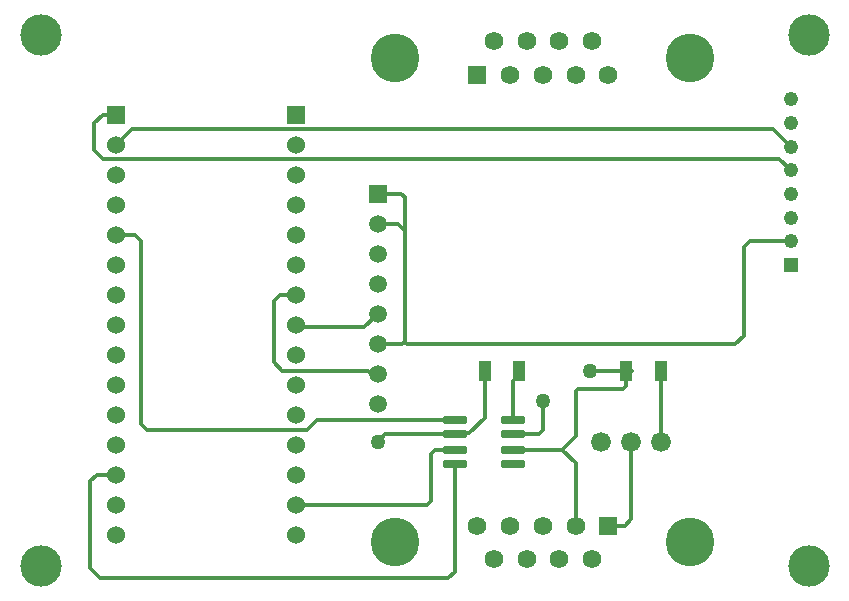
<source format=gtl>
G04*
G04 #@! TF.GenerationSoftware,Altium Limited,Altium Designer,22.8.2 (66)*
G04*
G04 Layer_Physical_Order=1*
G04 Layer_Color=255*
%FSLAX42Y42*%
%MOMM*%
G71*
G04*
G04 #@! TF.SameCoordinates,BE8FE92B-6F1C-4FB6-9944-1E67C46C6413*
G04*
G04*
G04 #@! TF.FilePolarity,Positive*
G04*
G01*
G75*
%ADD14R,1.13X1.77*%
G04:AMPARAMS|DCode=15|XSize=1.97mm|YSize=0.6mm|CornerRadius=0.08mm|HoleSize=0mm|Usage=FLASHONLY|Rotation=0.000|XOffset=0mm|YOffset=0mm|HoleType=Round|Shape=RoundedRectangle|*
%AMROUNDEDRECTD15*
21,1,1.97,0.45,0,0,0.0*
21,1,1.82,0.60,0,0,0.0*
1,1,0.15,0.91,-0.23*
1,1,0.15,-0.91,-0.23*
1,1,0.15,-0.91,0.23*
1,1,0.15,0.91,0.23*
%
%ADD15ROUNDEDRECTD15*%
%ADD30C,0.35*%
%ADD31R,1.51X1.51*%
%ADD32C,1.51*%
%ADD33C,4.12*%
%ADD34R,1.58X1.58*%
%ADD35C,1.58*%
%ADD36R,1.21X1.21*%
%ADD37C,1.21*%
%ADD38C,3.50*%
%ADD39C,1.68*%
%ADD40C,1.53*%
%ADD41R,1.53X1.53*%
%ADD42C,1.27*%
D14*
X5203Y1900D02*
D03*
X5497D02*
D03*
X4006D02*
D03*
X4300D02*
D03*
D15*
X3753Y1490D02*
D03*
Y1364D02*
D03*
Y1236D02*
D03*
Y1110D02*
D03*
X4247D02*
D03*
Y1236D02*
D03*
Y1364D02*
D03*
Y1490D02*
D03*
D30*
X6128Y2128D02*
X6200Y2200D01*
Y2950D01*
X3352Y2128D02*
X6128D01*
X700Y3771D02*
Y4000D01*
X772Y4072D02*
X888D01*
X700Y4000D02*
X772Y4072D01*
X888Y3817D02*
X1020Y3950D01*
X6450Y3950D01*
X6600Y3800D01*
X6502Y3698D02*
X6600Y3600D01*
X772Y3698D02*
X6502D01*
X700Y3771D02*
X772Y3698D01*
X6200Y2950D02*
X6250Y3000D01*
X6600D01*
X4900Y1900D02*
X5203D01*
X4798Y1750D02*
X5182D01*
X5203Y1771D02*
Y1900D01*
X5182Y1750D02*
X5203Y1771D01*
X4777Y1350D02*
Y1729D01*
X4798Y1750D01*
X4500Y1400D02*
Y1650D01*
X4247Y1364D02*
X4463D01*
X4500Y1400D01*
X3330Y2150D02*
X3352Y2128D01*
X3330Y2150D02*
Y3090D01*
X3100Y1300D02*
X3164Y1364D01*
X3753D01*
X2220Y1980D02*
Y2490D01*
X2295Y1905D02*
X3022D01*
X2220Y1980D02*
X2295Y1905D01*
X3030Y1896D02*
X3078D01*
X3022Y1905D02*
X3030Y1896D01*
X3078D02*
X3100Y1874D01*
X3308Y2128D02*
X3330Y2150D01*
X3100Y2128D02*
X3308D01*
X3100D02*
X3122Y2106D01*
X3330Y3090D02*
Y3370D01*
X3100Y3398D02*
X3302D01*
X3330Y3370D01*
X2220Y2490D02*
X2277Y2548D01*
X1100Y1450D02*
Y3000D01*
Y1450D02*
X1150Y1400D01*
X2500D01*
X894Y3050D02*
X911Y3033D01*
X888Y3056D02*
X894Y3050D01*
X1050D01*
X1100Y3000D01*
X2500Y1400D02*
X2591Y1490D01*
X3753D01*
X5203Y1900D02*
X5253D01*
X4247Y1236D02*
X4663D01*
X3587D02*
X3753D01*
X3550Y1200D02*
X3587Y1236D01*
X3550Y800D02*
Y1200D01*
X2412Y770D02*
X3519D01*
X3550Y800D01*
X3700Y150D02*
X3753Y203D01*
X750Y150D02*
X3700D01*
X3753Y203D02*
Y1110D01*
X724Y1023D02*
X888D01*
X668Y968D02*
X724Y1023D01*
X668Y232D02*
Y968D01*
Y232D02*
X750Y150D01*
X4663Y1236D02*
X4777Y1350D01*
X4663Y1236D02*
X4777Y1123D01*
Y592D02*
Y1123D01*
X5054Y592D02*
X5192D01*
X5246Y646D01*
Y1300D01*
X5500D02*
Y1897D01*
X5497Y1900D02*
X5500Y1897D01*
X3765Y1376D02*
X3876D01*
X4006Y1506D01*
X3753Y1364D02*
X3765Y1376D01*
X4006Y1506D02*
Y1900D01*
X4247Y1490D02*
Y1815D01*
X4300Y1868D01*
Y1900D01*
X3276Y3144D02*
X3330Y3090D01*
X2412Y2293D02*
X2435Y2271D01*
X2491D02*
X2492Y2270D01*
X2988D02*
X3100Y2382D01*
X2435Y2271D02*
X2491D01*
X2492Y2270D02*
X2988D01*
X2277Y2548D02*
X2412D01*
X3100Y3144D02*
X3276D01*
D31*
X3100Y3398D02*
D03*
D32*
Y3144D02*
D03*
Y2890D02*
D03*
Y2636D02*
D03*
Y2382D02*
D03*
Y2128D02*
D03*
Y1874D02*
D03*
Y1620D02*
D03*
D33*
X5749Y450D02*
D03*
X3251D02*
D03*
Y4550D02*
D03*
X5749D02*
D03*
D34*
X5054Y592D02*
D03*
X3946Y4408D02*
D03*
D35*
X4915Y308D02*
D03*
X4777Y592D02*
D03*
X4638Y308D02*
D03*
X4500Y592D02*
D03*
X4362Y308D02*
D03*
X4223Y592D02*
D03*
X4085Y308D02*
D03*
X3946Y592D02*
D03*
X4085Y4692D02*
D03*
X4223Y4408D02*
D03*
X4362Y4692D02*
D03*
X4500Y4408D02*
D03*
X4638Y4692D02*
D03*
X4777Y4408D02*
D03*
X4915Y4692D02*
D03*
X5054Y4408D02*
D03*
D36*
X6600Y2800D02*
D03*
D37*
Y3000D02*
D03*
Y3200D02*
D03*
Y3400D02*
D03*
Y3600D02*
D03*
Y4200D02*
D03*
Y3800D02*
D03*
Y4000D02*
D03*
D38*
X6750Y4750D02*
D03*
Y250D02*
D03*
X250D02*
D03*
Y4750D02*
D03*
D39*
X5500Y1300D02*
D03*
X4992D02*
D03*
X5246D02*
D03*
D40*
X888Y516D02*
D03*
Y770D02*
D03*
Y1023D02*
D03*
Y1277D02*
D03*
Y1531D02*
D03*
Y1785D02*
D03*
Y2040D02*
D03*
Y2293D02*
D03*
Y2548D02*
D03*
Y2801D02*
D03*
Y3056D02*
D03*
Y3310D02*
D03*
Y3563D02*
D03*
Y3817D02*
D03*
X2412Y516D02*
D03*
Y770D02*
D03*
Y1023D02*
D03*
Y1277D02*
D03*
Y1531D02*
D03*
Y1785D02*
D03*
Y2040D02*
D03*
Y2293D02*
D03*
Y2548D02*
D03*
Y2801D02*
D03*
Y3056D02*
D03*
Y3310D02*
D03*
Y3563D02*
D03*
Y3817D02*
D03*
D41*
X888Y4072D02*
D03*
X2412D02*
D03*
D42*
X4900Y1900D02*
D03*
X4500Y1650D02*
D03*
X3100Y1300D02*
D03*
M02*

</source>
